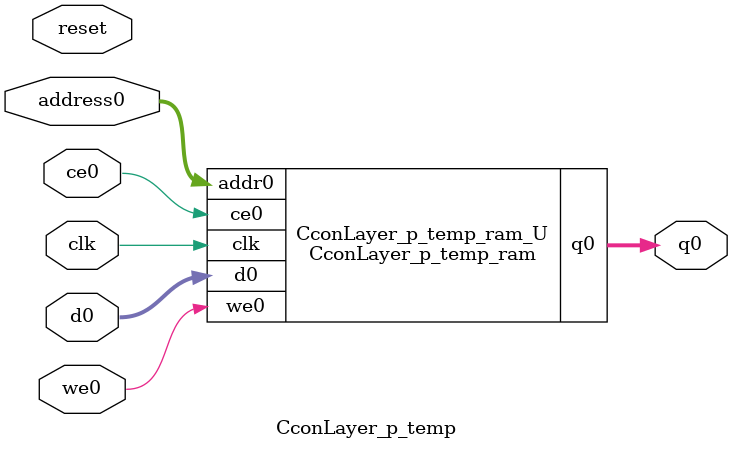
<source format=v>

`timescale 1 ns / 1 ps
module CconLayer_p_temp_ram (addr0, ce0, d0, we0, q0,  clk);

parameter DWIDTH = 32;
parameter AWIDTH = 8;
parameter MEM_SIZE = 192;

input[AWIDTH-1:0] addr0;
input ce0;
input[DWIDTH-1:0] d0;
input we0;
output reg[DWIDTH-1:0] q0;
input clk;

(* ram_style = "block" *)reg [DWIDTH-1:0] ram[0:MEM_SIZE-1];




always @(posedge clk)  
begin 
    if (ce0) 
    begin
        if (we0) 
        begin 
            ram[addr0] <= d0; 
            q0 <= d0;
        end 
        else 
            q0 <= ram[addr0];
    end
end


endmodule


`timescale 1 ns / 1 ps
module CconLayer_p_temp(
    reset,
    clk,
    address0,
    ce0,
    we0,
    d0,
    q0);

parameter DataWidth = 32'd32;
parameter AddressRange = 32'd192;
parameter AddressWidth = 32'd8;
input reset;
input clk;
input[AddressWidth - 1:0] address0;
input ce0;
input we0;
input[DataWidth - 1:0] d0;
output[DataWidth - 1:0] q0;



CconLayer_p_temp_ram CconLayer_p_temp_ram_U(
    .clk( clk ),
    .addr0( address0 ),
    .ce0( ce0 ),
    .we0( we0 ),
    .d0( d0 ),
    .q0( q0 ));

endmodule


</source>
